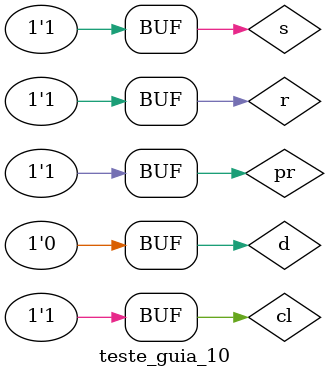
<source format=v>


module exercicio_01 (qL, q, s, r);
	
	// latch sr com portas nor

	output q, qL;
	input s, r;

	nor NOR1(qL, s, q);
	nor NOR2(q, r, qL);

endmodule //exercicio_01


//-------------------------exercicio 02
module exercicio_02 (qL, q, s, r);
	
	// latch sr com portas nand

	output q, qL;
	input s, r;

	nand NAND1(q, s, qL);
	nand NAND2(qL, r, q);

endmodule //exercicio_02


//-------------------------exercicio 03
module exercicio_03 (qL, q, d, pr, cl);
	
	// latch d com portas nand, preset e clear

	output q, qL;
	input d, pr, cl;

	wire dL;

	not NOT1(dL, d);

	nand NAND1(q, d, qL, pr);
	nand NAND2(qL, dL, q, cl);

endmodule //exercicio_03


//-------------------------exercicio 04
module exercicio_04 (qL, q, s, r, pr, cl);
	
	// latch sr com portas nand, preset e clear

	output q, qL;
	input s, r, pr, cl;

	nand NAND1(q, s, qL, pr);
	nand NAND2(qL, r, q, cl);

endmodule //exercicio_04


//-------------------------exercicio 05
module exercicio_05 (qL, q, d);
	
	// latch d a partir de sr, sem preset e clear
	
	output q, qL;
	input d;

	wire dL;

	// negar o d
	not NOT1(dL, d);

	// metodo com latch do tipo sr
	exercicio_01 SR(qL, q, d, dL);

endmodule //exercicio_05



//--------------------------------------------------main
module teste_guia_10; 

	reg s, r, d, pr, cl;
	wire q1, qL1, q2, qL2, q3, qL3, q4, qL4, q5, qL5;
	
	
		// instancia	
	exercicio_01 PRIM (qL1, q1, s, r);
	exercicio_02 SEG (qL2, q2, s, r);
	exercicio_03 TER (qL3, q3, d, pr, cl);
	exercicio_04 QUA (qL4, q4, s, r, pr, cl);
	exercicio_05 QUI (qL5, q5, d);

	initial begin:start
		s=1; r=0; d=0; pr=0; cl=0;
	end
	

		// parte principal
	initial begin:main
	
		$display("Guia 10 - Mariana Ramos de Brito - 405820\n");
		$monitor("\nnumero 01: latch SR com nor\nSet = %b\tReset = %b\tq = %b\tqL = %b\n\n\nnumero 02: latch SR com nand\nSet = %b\tReset = %b\tq = %b\tqL = %b\n\n\nnumero 03: latch D com nand, preset e clear\nD = %b\tPreset = %b\tClear = %b\tq = %b\tqL = %b\n\n\nnumero 04: latch SR com nand, preset e clear\nSet = %b\tReset = %b\tPreset = %b\tClear = %b\tq = %b\tqL = %b\n\n\nnumero 05: latch D a partir de um SR\nD = %b\tq = %b\tqL = %b\n\n\n\n", s, r, q1, qL1, s, r, q2, qL2 ,d, pr, cl, q3, qL3, s, r, pr, cl, q4, qL4, d, q5, qL5);


		#1 s=0; r=1; d=1; pr=0; cl=0;
		#1 s=0; r=0; d=0; pr=0; cl=1;
		#1 s=0; r=0; d=1; pr=1; cl=0;
		#1 s=1; r=1; d=0; pr=1; cl=1;
		
	end

endmodule //teste_guia_10

</source>
